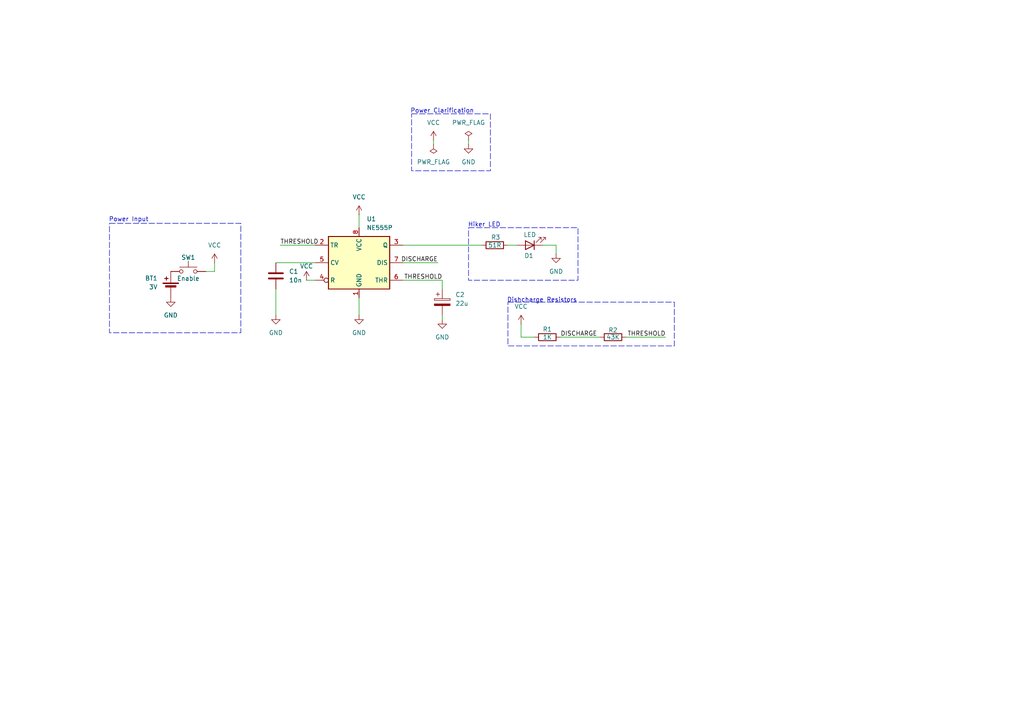
<source format=kicad_sch>
(kicad_sch (version 20231120) (generator "eeschema") (generator_version "8.0")
  (paper "A4")
  (lib_symbols
    (symbol "Device:Battery_Cell" (pin_numbers hide) (pin_names (offset 0) hide)
      (property "Reference" "BT" (at 2.54 2.54 0))
      (property "Value" "Battery_Cell" (at 2.54 0 0))
      (symbol "Battery_Cell_0_1"
        (rectangle (start -2.286 1.778) (end 2.286 1.524) (fill (type outline)))
        (rectangle (start -1.524 1.016) (end 1.524 0.508) (fill (type outline)))
        (polyline (pts (xy 0 0.762) (xy 0 0)))
        (polyline (pts (xy 0 1.778) (xy 0 2.54)))
        (polyline (pts (xy 0.762 3.048) (xy 1.778 3.048)) (stroke (width 0.254)))
        (polyline (pts (xy 1.27 3.556) (xy 1.27 2.54)) (stroke (width 0.254)))
      )
      (symbol "Battery_Cell_1_1"
        (pin passive line (at 0 5.08 270) (length 2.54) (name "+") (number "1"))
        (pin passive line (at 0 -2.54 90) (length 2.54) (name "-") (number "2"))
      )
    )
    (symbol "Device:C" (pin_numbers hide) (pin_names (offset 0.254))
      (property "Reference" "C" (at 0.635 2.54 0))
      (property "Value" "C" (at 0.635 -2.54 0))
      (symbol "C_0_1"
        (polyline (pts (xy -2.032 -0.762) (xy 2.032 -0.762)) (stroke (width 0.508)))
        (polyline (pts (xy -2.032 0.762) (xy 2.032 0.762)) (stroke (width 0.508)))
      )
      (symbol "C_1_1"
        (pin passive line (at 0 3.81 270) (length 2.794) (name "~") (number "1"))
        (pin passive line (at 0 -3.81 90) (length 2.794) (name "~") (number "2"))
      )
    )
    (symbol "Device:C_Polarized" (pin_numbers hide) (pin_names (offset 0.254))
      (property "Reference" "C" (at 0.635 2.54 0))
      (property "Value" "C_Polarized" (at 0.635 -2.54 0))
      (symbol "C_Polarized_0_1"
        (rectangle (start -2.286 0.508) (end 2.286 1.016))
        (polyline (pts (xy -1.778 2.286) (xy -0.762 2.286)))
        (polyline (pts (xy -1.27 2.794) (xy -1.27 1.778)))
        (rectangle (start 2.286 -0.508) (end -2.286 -1.016) (fill (type outline)))
      )
      (symbol "C_Polarized_1_1"
        (pin passive line (at 0 3.81 270) (length 2.794) (name "~") (number "1"))
        (pin passive line (at 0 -3.81 90) (length 2.794) (name "~") (number "2"))
      )
    )
    (symbol "Device:LED" (pin_numbers hide) (pin_names (offset 1.016) hide)
      (property "Reference" "D" (at 0 2.54 0))
      (property "Value" "LED" (at 0 -2.54 0))
      (symbol "LED_0_1"
        (polyline (pts (xy -1.27 -1.27) (xy -1.27 1.27)) (stroke (width 0.254)))
        (polyline (pts (xy -1.27 0) (xy 1.27 0)))
        (polyline (pts (xy 1.27 -1.27) (xy 1.27 1.27) (xy -1.27 0) (xy 1.27 -1.27)) (stroke (width 0.254)))
        (polyline (pts (xy -3.048 -0.762) (xy -4.572 -2.286) (xy -3.81 -2.286) (xy -4.572 -2.286) (xy -4.572 -1.524)))
        (polyline (pts (xy -1.778 -0.762) (xy -3.302 -2.286) (xy -2.54 -2.286) (xy -3.302 -2.286) (xy -3.302 -1.524)))
      )
      (symbol "LED_1_1"
        (pin passive line (at -3.81 0 0) (length 2.54) (name "K") (number "1"))
        (pin passive line (at 3.81 0 180) (length 2.54) (name "A") (number "2"))
      )
    )
    (symbol "Device:R" (pin_numbers hide) (pin_names (offset 0))
      (property "Reference" "R" (at 2.032 0 90))
      (property "Value" "R" (at 0 0 90))
      (symbol "R_0_1"
        (rectangle (start -1.016 -2.54) (end 1.016 2.54) (stroke (width 0.254)))
      )
      (symbol "R_1_1"
        (pin passive line (at 0 3.81 270) (length 1.27) (name "~") (number "1"))
        (pin passive line (at 0 -3.81 90) (length 1.27) (name "~") (number "2"))
      )
    )
    (symbol "Switch:SW_Push" (pin_numbers hide) (pin_names (offset 1.016) hide)
      (property "Reference" "SW" (at 1.27 2.54 0))
      (property "Value" "SW_Push" (at 0 -1.524 0))
      (symbol "SW_Push_0_1"
        (circle (center -2.032 0) (radius 0.508))
        (polyline (pts (xy 0 1.27) (xy 0 3.048)))
        (polyline (pts (xy 2.54 1.27) (xy -2.54 1.27)))
        (circle (center 2.032 0) (radius 0.508))
        (pin passive line (at -5.08 0 0) (length 2.54) (name "1") (number "1"))
        (pin passive line (at 5.08 0 180) (length 2.54) (name "2") (number "2"))
      )
    )
    (symbol "Timer:NE555P"
      (property "Reference" "U" (at -10.16 8.89 0))
      (property "Value" "NE555P" (at 2.54 8.89 0))
      (symbol "NE555P_0_0"
        (pin power_in line (at 0 -10.16 90) (length 2.54) (name "GND") (number "1"))
        (pin power_in line (at 0 10.16 270) (length 2.54) (name "VCC") (number "8"))
      )
      (symbol "NE555P_0_1"
        (rectangle (start -8.89 -7.62) (end 8.89 7.62) (stroke (width 0.254)) (fill (type background)))
        (rectangle (start -8.89 -7.62) (end 8.89 7.62) (stroke (width 0.254)) (fill (type background)))
      )
      (symbol "NE555P_1_1"
        (pin input line (at -12.7 5.08 0) (length 3.81) (name "TR") (number "2"))
        (pin output line (at 12.7 5.08 180) (length 3.81) (name "Q") (number "3"))
        (pin input inverted (at -12.7 -5.08 0) (length 3.81) (name "R") (number "4"))
        (pin input line (at -12.7 0 0) (length 3.81) (name "CV") (number "5"))
        (pin input line (at 12.7 -5.08 180) (length 3.81) (name "THR") (number "6"))
        (pin input line (at 12.7 0 180) (length 3.81) (name "DIS") (number "7"))
      )
    )
    (symbol "power:GND" (power) (pin_numbers hide) (pin_names (offset 0) hide)
      (property "Value" "GND" (at 0 -3.81 0))
      (symbol "GND_0_1"
        (polyline (pts (xy 0 0) (xy 0 -1.27) (xy 1.27 -1.27) (xy 0 -2.54) (xy -1.27 -1.27) (xy 0 -1.27)))
      )
      (symbol "GND_1_1"
        (pin power_in line (at 0 0 270) (length 0) (name "~") (number "1"))
      )
    )
    (symbol "power:PWR_FLAG" (power) (pin_numbers hide) (pin_names (offset 0) hide)
      (property "Value" "PWR_FLAG" (at 0 3.81 0))
      (symbol "PWR_FLAG_0_0"
        (pin power_out line (at 0 0 90) (length 0) (name "~") (number "1"))
      )
      (symbol "PWR_FLAG_0_1"
        (polyline (pts (xy 0 0) (xy 0 1.27) (xy -1.016 1.905) (xy 0 2.54) (xy 1.016 1.905) (xy 0 1.27)))
      )
    )
    (symbol "power:VCC" (power) (pin_numbers hide) (pin_names (offset 0) hide)
      (property "Value" "VCC" (at 0 3.556 0))
      (symbol "VCC_0_1"
        (polyline (pts (xy -0.762 1.27) (xy 0 2.54)))
        (polyline (pts (xy 0 0) (xy 0 2.54)))
        (polyline (pts (xy 0 2.54) (xy 0.762 1.27)))
      )
      (symbol "VCC_1_1"
        (pin power_in line (at 0 0 90) (length 0) (name "~") (number "1"))
      )
    )
  )
  (wire (pts (xy 62.23 76.2) (xy 62.23 78.74)))
  (wire (pts (xy 91.44 81.28) (xy 88.9 81.28)))
  (wire (pts (xy 157.48 71.12) (xy 161.29 71.12)))
  (wire (pts (xy 116.84 76.2) (xy 127 76.2)))
  (wire (pts (xy 125.73 40.64) (xy 125.73 41.91)))
  (wire (pts (xy 116.84 71.12) (xy 139.7 71.12)))
  (wire (pts (xy 80.01 83.82) (xy 80.01 91.44)))
  (wire (pts (xy 151.13 93.98) (xy 151.13 97.79)))
  (wire (pts (xy 62.23 78.74) (xy 59.69 78.74)))
  (wire (pts (xy 128.27 83.82) (xy 128.27 81.28)))
  (wire (pts (xy 116.84 81.28) (xy 128.27 81.28)))
  (wire (pts (xy 128.27 92.71) (xy 128.27 91.44)))
  (wire (pts (xy 161.29 71.12) (xy 161.29 73.66)))
  (wire (pts (xy 154.94 97.79) (xy 151.13 97.79)))
  (wire (pts (xy 80.01 76.2) (xy 91.44 76.2)))
  (wire (pts (xy 147.32 71.12) (xy 149.86 71.12)))
  (wire (pts (xy 81.28 71.12) (xy 91.44 71.12)))
  (wire (pts (xy 104.14 86.36) (xy 104.14 91.44)))
  (wire (pts (xy 135.89 40.64) (xy 135.89 41.91)))
  (wire (pts (xy 162.56 97.79) (xy 173.99 97.79)))
  (wire (pts (xy 181.61 97.79) (xy 193.04 97.79)))
  (wire (pts (xy 104.14 62.23) (xy 104.14 66.04)))
  (rectangle (start 135.89 66.04) (end 167.64 81.28) (stroke (width 0) (type dash)))
  (rectangle (start 147.32 87.63) (end 195.58 100.33) (stroke (width 0) (type dash)))
  (rectangle (start 119.38 33.02) (end 142.24 49.53) (stroke (width 0) (type dash)))
  (rectangle (start 31.75 64.77) (end 69.85 96.52) (stroke (width 0) (type dash)))
  (text "Power Input" (at 37.338 63.754 0) (effects (font (size 1.27 1.27))))
  (text "Power Clarification" (at 128.27 32.258 0) (effects (font (size 1.27 1.27))))
  (text "Hiker LED" (at 140.462 65.278 0) (effects (font (size 1.27 1.27))))
  (text "Dishcharge Resistors" (at 157.226 87.122 0) (effects (font (size 1.27 1.27))))
  (label "DISCHARGE" (at 127 76.2 180))
  (label "THRESHOLD" (at 128.27 81.28 180))
  (label "THRESHOLD" (at 193.04 97.79 180))
  (label "THRESHOLD" (at 81.28 71.12 0))
  (label "DISCHARGE" (at 162.56 97.79 0))
  (symbol (lib_id "Device:R") (at 143.51 71.12 90) (unit 1)
    (property "Reference" "R3" (at 143.764 68.834 90))
    (property "Value" "51R" (at 143.51 71.12 90))
    (property "Footprint" "Resistor_THT:R_Axial_DIN0207_L6.3mm_D2.5mm_P10.16mm_Horizontal" (effects (hide yes)))
    (property "Description" "Resistor" (effects (hide yes)))
  )
  (symbol (lib_id "Device:LED") (at 153.67 71.12 180) (unit 1)
    (property "Reference" "D1" (at 153.416 74.168 0))
    (property "Value" "LED" (at 153.67 68.072 0))
    (property "Footprint" "LED_THT:LED_D5.0mm_Clear" (effects (hide yes)))
    (property "Description" "Light emitting diode" (effects (hide yes)))
  )
  (symbol (lib_id "power:VCC") (at 151.13 93.98 0) (unit 1)
    (property "Reference" "#PWR09" (effects (hide yes)))
    (property "Value" "VCC" (at 151.13 88.9 0))
    (property "Description" "Power symbol creates a global label with name \"VCC\"" (effects (hide yes)))
  )
  (symbol (lib_id "Device:C_Polarized") (at 128.27 87.63 0) (unit 1)
    (property "Reference" "C2" (at 132.08 85.4709 0) (effects (justify left)))
    (property "Value" "22u" (at 132.08 88.0109 0) (effects (justify left)))
    (property "Footprint" "Capacitor_THT:C_Radial_D6.3mm_H5.0mm_P2.50mm" (effects (hide yes)))
    (property "Description" "Polarized capacitor" (effects (hide yes)))
  )
  (symbol (lib_id "Device:R") (at 158.75 97.79 90) (unit 1)
    (property "Reference" "R1" (at 158.75 95.504 90))
    (property "Value" "1K" (at 158.75 97.79 90))
    (property "Footprint" "Resistor_THT:R_Axial_DIN0207_L6.3mm_D2.5mm_P10.16mm_Horizontal" (effects (hide yes)))
    (property "Description" "Resistor" (effects (hide yes)))
  )
  (symbol (lib_id "power:GND") (at 128.27 92.71 0) (unit 1)
    (property "Reference" "#PWR01" (effects (hide yes)))
    (property "Value" "GND" (at 128.27 97.79 0))
    (property "Description" "Power symbol creates a global label with name \"GND\" , ground" (effects (hide yes)))
  )
  (symbol (lib_id "power:VCC") (at 62.23 76.2 0) (unit 1)
    (property "Reference" "#PWR07" (effects (hide yes)))
    (property "Value" "VCC" (at 62.23 71.12 0))
    (property "Description" "Power symbol creates a global label with name \"VCC\"" (effects (hide yes)))
  )
  (symbol (lib_id "power:GND") (at 80.01 91.44 0) (unit 1)
    (property "Reference" "#PWR03" (effects (hide yes)))
    (property "Value" "GND" (at 80.01 96.52 0))
    (property "Description" "Power symbol creates a global label with name \"GND\" , ground" (effects (hide yes)))
  )
  (symbol (lib_id "power:GND") (at 49.53 86.36 0) (unit 1)
    (property "Reference" "#PWR06" (effects (hide yes)))
    (property "Value" "GND" (at 49.53 91.44 0))
    (property "Description" "Power symbol creates a global label with name \"GND\" , ground" (effects (hide yes)))
  )
  (symbol (lib_id "power:GND") (at 135.89 41.91 0) (unit 1)
    (property "Reference" "#PWR011" (effects (hide yes)))
    (property "Value" "GND" (at 135.89 46.99 0))
    (property "Description" "Power symbol creates a global label with name \"GND\" , ground" (effects (hide yes)))
  )
  (symbol (lib_id "power:GND") (at 104.14 91.44 0) (unit 1)
    (property "Reference" "#PWR04" (effects (hide yes)))
    (property "Value" "GND" (at 104.14 96.52 0))
    (property "Description" "Power symbol creates a global label with name \"GND\" , ground" (effects (hide yes)))
  )
  (symbol (lib_id "Timer:NE555P") (at 104.14 76.2 0) (unit 1)
    (property "Reference" "U1" (at 106.3341 63.5 0) (effects (justify left)))
    (property "Value" "NE555P" (at 106.3341 66.04 0) (effects (justify left)))
    (property "Footprint" "Package_DIP:DIP-8_W7.62mm" (effects (hide yes)))
    (property "Datasheet" "http://www.ti.com/lit/ds/symlink/ne555.pdf" (effects (hide yes)))
    (property "Description" "Precision Timers, 555 compatible,  PDIP-8" (effects (hide yes)))
  )
  (symbol (lib_id "power:VCC") (at 88.9 81.28 0) (unit 1)
    (property "Reference" "#PWR05" (effects (hide yes)))
    (property "Value" "VCC" (at 88.9 77.216 0))
    (property "Description" "Power symbol creates a global label with name \"VCC\"" (effects (hide yes)))
  )
  (symbol (lib_id "Device:Battery_Cell") (at 49.53 83.82 0) (mirror y) (unit 1)
    (property "Reference" "BT1" (at 45.72 80.7084 0) (effects (justify left)))
    (property "Value" "3V" (at 45.72 83.2484 0) (effects (justify left)))
    (property "Footprint" "Battery:BatteryHolder_Keystone_103_1x20mm" (effects (hide yes)))
    (property "Description" "Single-cell battery" (effects (hide yes)))
  )
  (symbol (lib_id "Device:R") (at 177.8 97.79 90) (unit 1)
    (property "Reference" "R2" (at 177.8 95.758 90))
    (property "Value" "43K" (at 177.8 97.79 90))
    (property "Footprint" "Resistor_THT:R_Axial_DIN0207_L6.3mm_D2.5mm_P10.16mm_Horizontal" (effects (hide yes)))
    (property "Description" "Resistor" (effects (hide yes)))
  )
  (symbol (lib_id "power:PWR_FLAG") (at 135.89 40.64 0) (unit 1)
    (property "Reference" "#FLG02" (effects (hide yes)))
    (property "Value" "PWR_FLAG" (at 135.89 35.56 0))
    (property "Description" "Special symbol for telling ERC where power comes from" (effects (hide yes)))
  )
  (symbol (lib_id "power:PWR_FLAG") (at 125.73 41.91 180) (unit 1)
    (property "Reference" "#FLG01" (effects (hide yes)))
    (property "Value" "PWR_FLAG" (at 125.73 46.99 0))
    (property "Description" "Special symbol for telling ERC where power comes from" (effects (hide yes)))
  )
  (symbol (lib_id "Device:C") (at 80.01 80.01 0) (unit 1)
    (property "Reference" "C1" (at 83.82 78.7399 0) (effects (justify left)))
    (property "Value" "10n" (at 83.82 81.2799 0) (effects (justify left)))
    (property "Footprint" "Capacitor_THT:C_Disc_D6.0mm_W4.4mm_P5.00mm" (effects (hide yes)))
    (property "Description" "Unpolarized capacitor" (effects (hide yes)))
  )
  (symbol (lib_id "Switch:SW_Push") (at 54.61 78.74 0) (unit 1)
    (property "Reference" "SW1" (at 54.61 74.676 0))
    (property "Value" "Enable" (at 54.61 80.772 0))
    (property "Footprint" "Button_Switch_THT:SW_PUSH_6mm_H5mm" (effects (hide yes)))
    (property "Description" "Push button switch, generic, two pins" (effects (hide yes)))
  )
  (symbol (lib_id "power:VCC") (at 125.73 40.64 0) (unit 1)
    (property "Reference" "#PWR010" (effects (hide yes)))
    (property "Value" "VCC" (at 125.73 35.56 0))
    (property "Description" "Power symbol creates a global label with name \"VCC\"" (effects (hide yes)))
  )
  (symbol (lib_id "power:GND") (at 161.29 73.66 0) (unit 1)
    (property "Reference" "#PWR02" (effects (hide yes)))
    (property "Value" "GND" (at 161.29 78.74 0))
    (property "Description" "Power symbol creates a global label with name \"GND\" , ground" (effects (hide yes)))
  )
  (symbol (lib_id "power:VCC") (at 104.14 62.23 0) (unit 1)
    (property "Reference" "#PWR08" (effects (hide yes)))
    (property "Value" "VCC" (at 104.14 57.15 0))
    (property "Description" "Power symbol creates a global label with name \"VCC\"" (effects (hide yes)))
  )
)
</source>
